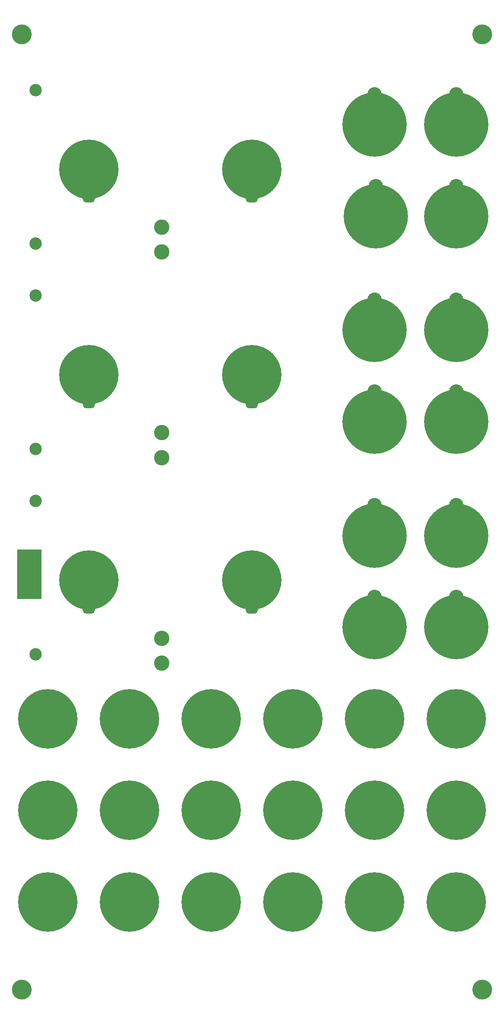
<source format=gbs>
%TF.GenerationSoftware,KiCad,Pcbnew,9.0.7*%
%TF.CreationDate,2026-02-21T19:30:22+01:00*%
%TF.ProjectId,DMH_VCLFO_PANEL,444d485f-5643-44c4-964f-5f50414e454c,rev?*%
%TF.SameCoordinates,Original*%
%TF.FileFunction,Soldermask,Bot*%
%TF.FilePolarity,Negative*%
%FSLAX46Y46*%
G04 Gerber Fmt 4.6, Leading zero omitted, Abs format (unit mm)*
G04 Created by KiCad (PCBNEW 9.0.7) date 2026-02-21 19:30:22*
%MOMM*%
%LPD*%
G01*
G04 APERTURE LIST*
%ADD10C,0.500000*%
%ADD11C,12.000000*%
%ADD12C,4.000000*%
%ADD13C,2.900000*%
%ADD14C,13.000000*%
%ADD15C,3.100000*%
%ADD16O,2.500000X1.500000*%
%ADD17C,2.500000*%
%ADD18R,5.000000X10.000000*%
G04 APERTURE END LIST*
D10*
%TO.C,H30*%
X53050000Y-208750000D03*
X54710000Y-204720000D03*
X54720000Y-212790000D03*
X58750000Y-203050000D03*
D11*
X58750000Y-208750000D03*
D10*
X58750000Y-214450000D03*
X62780000Y-212790000D03*
X62790000Y-204720000D03*
X64450000Y-208750000D03*
%TD*%
D12*
%TO.C,H3*%
X53500000Y-226500000D03*
%TD*%
D10*
%TO.C,H11*%
X135550000Y-171750000D03*
X137210000Y-167720000D03*
X137220000Y-175790000D03*
X141250000Y-166050000D03*
D11*
X141250000Y-171750000D03*
D10*
X141250000Y-177450000D03*
X145280000Y-175790000D03*
X145290000Y-167720000D03*
X146950000Y-171750000D03*
%TD*%
%TO.C,H21*%
X69550000Y-171750000D03*
X71210000Y-167720000D03*
X71220000Y-175790000D03*
X75250000Y-166050000D03*
D11*
X75250000Y-171750000D03*
D10*
X75250000Y-177450000D03*
X79280000Y-175790000D03*
X79290000Y-167720000D03*
X80950000Y-171750000D03*
%TD*%
D13*
%TO.C,H42*%
X124750000Y-87150000D03*
D14*
X124750000Y-93250000D03*
%TD*%
D10*
%TO.C,H33*%
X119050000Y-208750000D03*
X120710000Y-204720000D03*
X120720000Y-212790000D03*
X124750000Y-203050000D03*
D11*
X124750000Y-208750000D03*
D10*
X124750000Y-214450000D03*
X128780000Y-212790000D03*
X128790000Y-204720000D03*
X130450000Y-208750000D03*
%TD*%
D13*
%TO.C,H29*%
X141250000Y-147150000D03*
D14*
X141250000Y-153250000D03*
%TD*%
D15*
%TO.C,H36*%
X81750000Y-77500000D03*
%TD*%
D10*
%TO.C,H34*%
X135550000Y-208750000D03*
X137210000Y-204720000D03*
X137220000Y-212790000D03*
X141250000Y-203050000D03*
D11*
X141250000Y-208750000D03*
D10*
X141250000Y-214450000D03*
X145280000Y-212790000D03*
X145290000Y-204720000D03*
X146950000Y-208750000D03*
%TD*%
D11*
%TO.C,H13*%
X67000000Y-60750000D03*
D16*
X67000000Y-66750000D03*
%TD*%
D13*
%TO.C,H19*%
X141250000Y-105650000D03*
D14*
X141250000Y-111750000D03*
%TD*%
D15*
%TO.C,H38*%
X81750000Y-160500000D03*
%TD*%
%TO.C,H37*%
X81750000Y-119000000D03*
%TD*%
%TO.C,H25*%
X81750000Y-155500000D03*
%TD*%
D13*
%TO.C,H41*%
X124750000Y-45650000D03*
D14*
X124750000Y-51750000D03*
%TD*%
D15*
%TO.C,H14*%
X81750000Y-72500000D03*
%TD*%
D17*
%TO.C,H49*%
X56250000Y-158750000D03*
%TD*%
D13*
%TO.C,H27*%
X141250000Y-128650000D03*
D14*
X141250000Y-134750000D03*
%TD*%
D10*
%TO.C,H10*%
X119050000Y-171750000D03*
X120710000Y-167720000D03*
X120720000Y-175790000D03*
X124750000Y-166050000D03*
D11*
X124750000Y-171750000D03*
D10*
X124750000Y-177450000D03*
X128780000Y-175790000D03*
X128790000Y-167720000D03*
X130450000Y-171750000D03*
%TD*%
D11*
%TO.C,H16*%
X100000000Y-102250000D03*
D16*
X100000000Y-108250000D03*
%TD*%
D10*
%TO.C,H22*%
X102550000Y-190250000D03*
X104210000Y-186220000D03*
X104220000Y-194290000D03*
X108250000Y-184550000D03*
D11*
X108250000Y-190250000D03*
D10*
X108250000Y-195950000D03*
X112280000Y-194290000D03*
X112290000Y-186220000D03*
X113950000Y-190250000D03*
%TD*%
%TO.C,H9*%
X102550000Y-171750000D03*
X104210000Y-167720000D03*
X104220000Y-175790000D03*
X108250000Y-166050000D03*
D11*
X108250000Y-171750000D03*
D10*
X108250000Y-177450000D03*
X112280000Y-175790000D03*
X112290000Y-167720000D03*
X113950000Y-171750000D03*
%TD*%
D15*
%TO.C,H15*%
X81750000Y-114000000D03*
%TD*%
D11*
%TO.C,H26*%
X100000000Y-143750000D03*
D16*
X100000000Y-149750000D03*
%TD*%
D13*
%TO.C,H46*%
X124750000Y-147150000D03*
D14*
X124750000Y-153250000D03*
%TD*%
D11*
%TO.C,H28*%
X67000000Y-143750000D03*
D16*
X67000000Y-149750000D03*
%TD*%
D10*
%TO.C,H20*%
X53050000Y-190250000D03*
X54710000Y-186220000D03*
X54720000Y-194290000D03*
X58750000Y-184550000D03*
D11*
X58750000Y-190250000D03*
D10*
X58750000Y-195950000D03*
X62780000Y-194290000D03*
X62790000Y-186220000D03*
X64450000Y-190250000D03*
%TD*%
D13*
%TO.C,H6*%
X141250000Y-64150000D03*
D14*
X141250000Y-70250000D03*
%TD*%
D10*
%TO.C,H24*%
X135550000Y-190250000D03*
X137210000Y-186220000D03*
X137220000Y-194290000D03*
X141250000Y-184550000D03*
D11*
X141250000Y-190250000D03*
D10*
X141250000Y-195950000D03*
X145280000Y-194290000D03*
X145290000Y-186220000D03*
X146950000Y-190250000D03*
%TD*%
D13*
%TO.C,H45*%
X124750000Y-105650000D03*
D14*
X124750000Y-111750000D03*
%TD*%
D10*
%TO.C,H39*%
X86050000Y-190250000D03*
X87710000Y-186220000D03*
X87720000Y-194290000D03*
X91750000Y-184550000D03*
D11*
X91750000Y-190250000D03*
D10*
X91750000Y-195950000D03*
X95780000Y-194290000D03*
X95790000Y-186220000D03*
X97450000Y-190250000D03*
%TD*%
D17*
%TO.C,H52*%
X56250000Y-127750000D03*
%TD*%
D10*
%TO.C,H8*%
X86050000Y-171750000D03*
X87710000Y-167720000D03*
X87720000Y-175790000D03*
X91750000Y-166050000D03*
D11*
X91750000Y-171750000D03*
D10*
X91750000Y-177450000D03*
X95780000Y-175790000D03*
X95790000Y-167720000D03*
X97450000Y-171750000D03*
%TD*%
%TO.C,H35*%
X69550000Y-208750000D03*
X71210000Y-204720000D03*
X71220000Y-212790000D03*
X75250000Y-203050000D03*
D11*
X75250000Y-208750000D03*
D10*
X75250000Y-214450000D03*
X79280000Y-212790000D03*
X79290000Y-204720000D03*
X80950000Y-208750000D03*
%TD*%
%TO.C,H23*%
X119050000Y-190250000D03*
X120710000Y-186220000D03*
X120720000Y-194290000D03*
X124750000Y-184550000D03*
D11*
X124750000Y-190250000D03*
D10*
X124750000Y-195950000D03*
X128780000Y-194290000D03*
X128790000Y-186220000D03*
X130450000Y-190250000D03*
%TD*%
D17*
%TO.C,H48*%
X56250000Y-117250000D03*
%TD*%
D10*
%TO.C,H5*%
X53050000Y-171750000D03*
X54710000Y-167720000D03*
X54720000Y-175790000D03*
X58750000Y-166050000D03*
D11*
X58750000Y-171750000D03*
D10*
X58750000Y-177450000D03*
X62780000Y-175790000D03*
X62790000Y-167720000D03*
X64450000Y-171750000D03*
%TD*%
D17*
%TO.C,H51*%
X56250000Y-86250000D03*
%TD*%
D13*
%TO.C,H44*%
X125000000Y-64150000D03*
D14*
X125000000Y-70250000D03*
%TD*%
D10*
%TO.C,H32*%
X102550000Y-208750000D03*
X104210000Y-204720000D03*
X104220000Y-212790000D03*
X108250000Y-203050000D03*
D11*
X108250000Y-208750000D03*
D10*
X108250000Y-214450000D03*
X112280000Y-212790000D03*
X112290000Y-204720000D03*
X113950000Y-208750000D03*
%TD*%
D13*
%TO.C,H7*%
X141250000Y-45650000D03*
D14*
X141250000Y-51750000D03*
%TD*%
D10*
%TO.C,H31*%
X69550000Y-190250000D03*
X71210000Y-186220000D03*
X71220000Y-194290000D03*
X75250000Y-184550000D03*
D11*
X75250000Y-190250000D03*
D10*
X75250000Y-195950000D03*
X79280000Y-194290000D03*
X79290000Y-186220000D03*
X80950000Y-190250000D03*
%TD*%
D12*
%TO.C,H2*%
X146500000Y-33500000D03*
%TD*%
%TO.C,H4*%
X146500000Y-226500000D03*
%TD*%
D17*
%TO.C,H50*%
X56250000Y-44750000D03*
%TD*%
D13*
%TO.C,H43*%
X124750000Y-128650000D03*
D14*
X124750000Y-134750000D03*
%TD*%
D11*
%TO.C,H12*%
X100000000Y-60750000D03*
D16*
X100000000Y-66750000D03*
%TD*%
D10*
%TO.C,H40*%
X86050000Y-208750000D03*
X87710000Y-204720000D03*
X87720000Y-212790000D03*
X91750000Y-203050000D03*
D11*
X91750000Y-208750000D03*
D10*
X91750000Y-214450000D03*
X95780000Y-212790000D03*
X95790000Y-204720000D03*
X97450000Y-208750000D03*
%TD*%
D12*
%TO.C,H1*%
X53500000Y-33500000D03*
%TD*%
D17*
%TO.C,H47*%
X56250000Y-75750000D03*
%TD*%
D13*
%TO.C,H17*%
X141250000Y-87150000D03*
D14*
X141250000Y-93250000D03*
%TD*%
D11*
%TO.C,H18*%
X67000000Y-102250000D03*
D16*
X67000000Y-108250000D03*
%TD*%
D18*
%TO.C,J0*%
X55000000Y-142545670D03*
%TD*%
M02*

</source>
